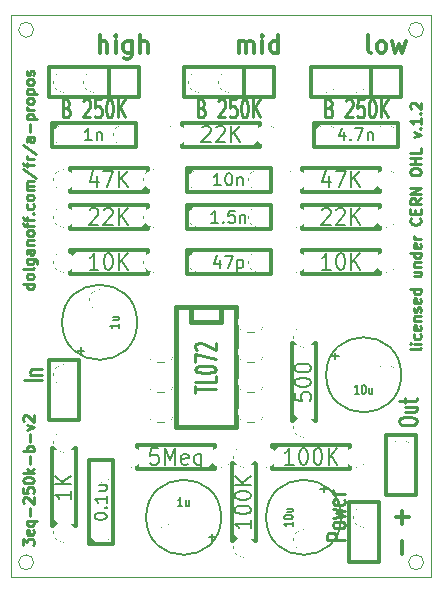
<source format=gto>
%FSLAX46Y46*%
G04 Gerber Fmt 4.6, Leading zero omitted, Abs format (unit mm)*
G04 Created by KiCad (PCBNEW (2014-08-26 BZR 5101)-product) date 01/09/2014 17:58:47*
%MOMM*%
G01*
G04 APERTURE LIST*
%ADD10C,0.100000*%
%ADD11C,0.222250*%
%ADD12C,0.300000*%
%ADD13C,0.304800*%
%ADD14C,0.127000*%
%ADD15C,0.381000*%
%ADD16C,0.203200*%
%ADD17C,0.190500*%
%ADD18C,0.254000*%
%ADD19C,1.778000*%
%ADD20R,1.778000X1.778000*%
%ADD21R,2.286000X1.778000*%
%ADD22O,2.286000X1.778000*%
G04 APERTURE END LIST*
D10*
D11*
X113432167Y-121094501D02*
X113432167Y-120544168D01*
X113770833Y-120840501D01*
X113770833Y-120713501D01*
X113813167Y-120628834D01*
X113855500Y-120586501D01*
X113940167Y-120544168D01*
X114151833Y-120544168D01*
X114236500Y-120586501D01*
X114278833Y-120628834D01*
X114321167Y-120713501D01*
X114321167Y-120967501D01*
X114278833Y-121052168D01*
X114236500Y-121094501D01*
X114278833Y-119824501D02*
X114321167Y-119909167D01*
X114321167Y-120078501D01*
X114278833Y-120163167D01*
X114194167Y-120205501D01*
X113855500Y-120205501D01*
X113770833Y-120163167D01*
X113728500Y-120078501D01*
X113728500Y-119909167D01*
X113770833Y-119824501D01*
X113855500Y-119782167D01*
X113940167Y-119782167D01*
X114024833Y-120205501D01*
X113728500Y-119020167D02*
X114617500Y-119020167D01*
X114278833Y-119020167D02*
X114321167Y-119104834D01*
X114321167Y-119274167D01*
X114278833Y-119358834D01*
X114236500Y-119401167D01*
X114151833Y-119443501D01*
X113897833Y-119443501D01*
X113813167Y-119401167D01*
X113770833Y-119358834D01*
X113728500Y-119274167D01*
X113728500Y-119104834D01*
X113770833Y-119020167D01*
X113982500Y-118596834D02*
X113982500Y-117919501D01*
X113516833Y-117538501D02*
X113474500Y-117496167D01*
X113432167Y-117411501D01*
X113432167Y-117199834D01*
X113474500Y-117115167D01*
X113516833Y-117072834D01*
X113601500Y-117030501D01*
X113686167Y-117030501D01*
X113813167Y-117072834D01*
X114321167Y-117580834D01*
X114321167Y-117030501D01*
X113432167Y-116226167D02*
X113432167Y-116649500D01*
X113855500Y-116691834D01*
X113813167Y-116649500D01*
X113770833Y-116564834D01*
X113770833Y-116353167D01*
X113813167Y-116268500D01*
X113855500Y-116226167D01*
X113940167Y-116183834D01*
X114151833Y-116183834D01*
X114236500Y-116226167D01*
X114278833Y-116268500D01*
X114321167Y-116353167D01*
X114321167Y-116564834D01*
X114278833Y-116649500D01*
X114236500Y-116691834D01*
X113432167Y-115633500D02*
X113432167Y-115548833D01*
X113474500Y-115464167D01*
X113516833Y-115421833D01*
X113601500Y-115379500D01*
X113770833Y-115337167D01*
X113982500Y-115337167D01*
X114151833Y-115379500D01*
X114236500Y-115421833D01*
X114278833Y-115464167D01*
X114321167Y-115548833D01*
X114321167Y-115633500D01*
X114278833Y-115718167D01*
X114236500Y-115760500D01*
X114151833Y-115802833D01*
X113982500Y-115845167D01*
X113770833Y-115845167D01*
X113601500Y-115802833D01*
X113516833Y-115760500D01*
X113474500Y-115718167D01*
X113432167Y-115633500D01*
X114321167Y-114956166D02*
X113432167Y-114956166D01*
X113982500Y-114871500D02*
X114321167Y-114617500D01*
X113728500Y-114617500D02*
X114067167Y-114956166D01*
X113982500Y-114236499D02*
X113982500Y-113559166D01*
X114321167Y-113135832D02*
X113432167Y-113135832D01*
X113770833Y-113135832D02*
X113728500Y-113051166D01*
X113728500Y-112881832D01*
X113770833Y-112797166D01*
X113813167Y-112754832D01*
X113897833Y-112712499D01*
X114151833Y-112712499D01*
X114236500Y-112754832D01*
X114278833Y-112797166D01*
X114321167Y-112881832D01*
X114321167Y-113051166D01*
X114278833Y-113135832D01*
X113982500Y-112331499D02*
X113982500Y-111654166D01*
X113728500Y-111315499D02*
X114321167Y-111103832D01*
X113728500Y-110892166D01*
X113516833Y-110595833D02*
X113474500Y-110553499D01*
X113432167Y-110468833D01*
X113432167Y-110257166D01*
X113474500Y-110172499D01*
X113516833Y-110130166D01*
X113601500Y-110087833D01*
X113686167Y-110087833D01*
X113813167Y-110130166D01*
X114321167Y-110638166D01*
X114321167Y-110087833D01*
X114321167Y-98975330D02*
X113432167Y-98975330D01*
X114278833Y-98975330D02*
X114321167Y-99059997D01*
X114321167Y-99229330D01*
X114278833Y-99313997D01*
X114236500Y-99356330D01*
X114151833Y-99398664D01*
X113897833Y-99398664D01*
X113813167Y-99356330D01*
X113770833Y-99313997D01*
X113728500Y-99229330D01*
X113728500Y-99059997D01*
X113770833Y-98975330D01*
X114321167Y-98424997D02*
X114278833Y-98509664D01*
X114236500Y-98551997D01*
X114151833Y-98594331D01*
X113897833Y-98594331D01*
X113813167Y-98551997D01*
X113770833Y-98509664D01*
X113728500Y-98424997D01*
X113728500Y-98297997D01*
X113770833Y-98213331D01*
X113813167Y-98170997D01*
X113897833Y-98128664D01*
X114151833Y-98128664D01*
X114236500Y-98170997D01*
X114278833Y-98213331D01*
X114321167Y-98297997D01*
X114321167Y-98424997D01*
X114321167Y-97620664D02*
X114278833Y-97705331D01*
X114194167Y-97747664D01*
X113432167Y-97747664D01*
X113728500Y-96900997D02*
X114448167Y-96900997D01*
X114532833Y-96943331D01*
X114575167Y-96985664D01*
X114617500Y-97070331D01*
X114617500Y-97197331D01*
X114575167Y-97281997D01*
X114278833Y-96900997D02*
X114321167Y-96985664D01*
X114321167Y-97154997D01*
X114278833Y-97239664D01*
X114236500Y-97281997D01*
X114151833Y-97324331D01*
X113897833Y-97324331D01*
X113813167Y-97281997D01*
X113770833Y-97239664D01*
X113728500Y-97154997D01*
X113728500Y-96985664D01*
X113770833Y-96900997D01*
X114321167Y-96096664D02*
X113855500Y-96096664D01*
X113770833Y-96138998D01*
X113728500Y-96223664D01*
X113728500Y-96392998D01*
X113770833Y-96477664D01*
X114278833Y-96096664D02*
X114321167Y-96181331D01*
X114321167Y-96392998D01*
X114278833Y-96477664D01*
X114194167Y-96519998D01*
X114109500Y-96519998D01*
X114024833Y-96477664D01*
X113982500Y-96392998D01*
X113982500Y-96181331D01*
X113940167Y-96096664D01*
X113728500Y-95673331D02*
X114321167Y-95673331D01*
X113813167Y-95673331D02*
X113770833Y-95630998D01*
X113728500Y-95546331D01*
X113728500Y-95419331D01*
X113770833Y-95334665D01*
X113855500Y-95292331D01*
X114321167Y-95292331D01*
X114321167Y-94741998D02*
X114278833Y-94826665D01*
X114236500Y-94868998D01*
X114151833Y-94911332D01*
X113897833Y-94911332D01*
X113813167Y-94868998D01*
X113770833Y-94826665D01*
X113728500Y-94741998D01*
X113728500Y-94614998D01*
X113770833Y-94530332D01*
X113813167Y-94487998D01*
X113897833Y-94445665D01*
X114151833Y-94445665D01*
X114236500Y-94487998D01*
X114278833Y-94530332D01*
X114321167Y-94614998D01*
X114321167Y-94741998D01*
X113728500Y-94191665D02*
X113728500Y-93852999D01*
X114321167Y-94064665D02*
X113559167Y-94064665D01*
X113474500Y-94022332D01*
X113432167Y-93937665D01*
X113432167Y-93852999D01*
X113728500Y-93683665D02*
X113728500Y-93344999D01*
X114321167Y-93556665D02*
X113559167Y-93556665D01*
X113474500Y-93514332D01*
X113432167Y-93429665D01*
X113432167Y-93344999D01*
X114236500Y-93048665D02*
X114278833Y-93006332D01*
X114321167Y-93048665D01*
X114278833Y-93090999D01*
X114236500Y-93048665D01*
X114321167Y-93048665D01*
X114278833Y-92244332D02*
X114321167Y-92328999D01*
X114321167Y-92498332D01*
X114278833Y-92582999D01*
X114236500Y-92625332D01*
X114151833Y-92667666D01*
X113897833Y-92667666D01*
X113813167Y-92625332D01*
X113770833Y-92582999D01*
X113728500Y-92498332D01*
X113728500Y-92328999D01*
X113770833Y-92244332D01*
X114321167Y-91736332D02*
X114278833Y-91820999D01*
X114236500Y-91863332D01*
X114151833Y-91905666D01*
X113897833Y-91905666D01*
X113813167Y-91863332D01*
X113770833Y-91820999D01*
X113728500Y-91736332D01*
X113728500Y-91609332D01*
X113770833Y-91524666D01*
X113813167Y-91482332D01*
X113897833Y-91439999D01*
X114151833Y-91439999D01*
X114236500Y-91482332D01*
X114278833Y-91524666D01*
X114321167Y-91609332D01*
X114321167Y-91736332D01*
X114321167Y-91058999D02*
X113728500Y-91058999D01*
X113813167Y-91058999D02*
X113770833Y-91016666D01*
X113728500Y-90931999D01*
X113728500Y-90804999D01*
X113770833Y-90720333D01*
X113855500Y-90677999D01*
X114321167Y-90677999D01*
X113855500Y-90677999D02*
X113770833Y-90635666D01*
X113728500Y-90550999D01*
X113728500Y-90423999D01*
X113770833Y-90339333D01*
X113855500Y-90296999D01*
X114321167Y-90296999D01*
X113389833Y-89238666D02*
X114532833Y-90000666D01*
X113728500Y-89069333D02*
X113728500Y-88730667D01*
X114321167Y-88942333D02*
X113559167Y-88942333D01*
X113474500Y-88900000D01*
X113432167Y-88815333D01*
X113432167Y-88730667D01*
X114321167Y-88434333D02*
X113728500Y-88434333D01*
X113897833Y-88434333D02*
X113813167Y-88392000D01*
X113770833Y-88349667D01*
X113728500Y-88265000D01*
X113728500Y-88180333D01*
X113389833Y-87249000D02*
X114532833Y-88011000D01*
X114321167Y-86571667D02*
X113855500Y-86571667D01*
X113770833Y-86614001D01*
X113728500Y-86698667D01*
X113728500Y-86868001D01*
X113770833Y-86952667D01*
X114278833Y-86571667D02*
X114321167Y-86656334D01*
X114321167Y-86868001D01*
X114278833Y-86952667D01*
X114194167Y-86995001D01*
X114109500Y-86995001D01*
X114024833Y-86952667D01*
X113982500Y-86868001D01*
X113982500Y-86656334D01*
X113940167Y-86571667D01*
X113982500Y-86148334D02*
X113982500Y-85471001D01*
X113728500Y-85047667D02*
X114617500Y-85047667D01*
X113770833Y-85047667D02*
X113728500Y-84963001D01*
X113728500Y-84793667D01*
X113770833Y-84709001D01*
X113813167Y-84666667D01*
X113897833Y-84624334D01*
X114151833Y-84624334D01*
X114236500Y-84666667D01*
X114278833Y-84709001D01*
X114321167Y-84793667D01*
X114321167Y-84963001D01*
X114278833Y-85047667D01*
X114321167Y-84243334D02*
X113728500Y-84243334D01*
X113897833Y-84243334D02*
X113813167Y-84201001D01*
X113770833Y-84158668D01*
X113728500Y-84074001D01*
X113728500Y-83989334D01*
X114321167Y-83566001D02*
X114278833Y-83650668D01*
X114236500Y-83693001D01*
X114151833Y-83735335D01*
X113897833Y-83735335D01*
X113813167Y-83693001D01*
X113770833Y-83650668D01*
X113728500Y-83566001D01*
X113728500Y-83439001D01*
X113770833Y-83354335D01*
X113813167Y-83312001D01*
X113897833Y-83269668D01*
X114151833Y-83269668D01*
X114236500Y-83312001D01*
X114278833Y-83354335D01*
X114321167Y-83439001D01*
X114321167Y-83566001D01*
X113728500Y-82888668D02*
X114617500Y-82888668D01*
X113770833Y-82888668D02*
X113728500Y-82804002D01*
X113728500Y-82634668D01*
X113770833Y-82550002D01*
X113813167Y-82507668D01*
X113897833Y-82465335D01*
X114151833Y-82465335D01*
X114236500Y-82507668D01*
X114278833Y-82550002D01*
X114321167Y-82634668D01*
X114321167Y-82804002D01*
X114278833Y-82888668D01*
X114321167Y-81957335D02*
X114278833Y-82042002D01*
X114236500Y-82084335D01*
X114151833Y-82126669D01*
X113897833Y-82126669D01*
X113813167Y-82084335D01*
X113770833Y-82042002D01*
X113728500Y-81957335D01*
X113728500Y-81830335D01*
X113770833Y-81745669D01*
X113813167Y-81703335D01*
X113897833Y-81661002D01*
X114151833Y-81661002D01*
X114236500Y-81703335D01*
X114278833Y-81745669D01*
X114321167Y-81830335D01*
X114321167Y-81957335D01*
X114278833Y-81322336D02*
X114321167Y-81237669D01*
X114321167Y-81068336D01*
X114278833Y-80983669D01*
X114194167Y-80941336D01*
X114151833Y-80941336D01*
X114067167Y-80983669D01*
X114024833Y-81068336D01*
X114024833Y-81195336D01*
X113982500Y-81280002D01*
X113897833Y-81322336D01*
X113855500Y-81322336D01*
X113770833Y-81280002D01*
X113728500Y-81195336D01*
X113728500Y-81068336D01*
X113770833Y-80983669D01*
X147087167Y-104393997D02*
X147044833Y-104478664D01*
X146960167Y-104520997D01*
X146198167Y-104520997D01*
X147087167Y-104055330D02*
X146494500Y-104055330D01*
X146198167Y-104055330D02*
X146240500Y-104097664D01*
X146282833Y-104055330D01*
X146240500Y-104012997D01*
X146198167Y-104055330D01*
X146282833Y-104055330D01*
X147044833Y-103250997D02*
X147087167Y-103335664D01*
X147087167Y-103504997D01*
X147044833Y-103589664D01*
X147002500Y-103631997D01*
X146917833Y-103674331D01*
X146663833Y-103674331D01*
X146579167Y-103631997D01*
X146536833Y-103589664D01*
X146494500Y-103504997D01*
X146494500Y-103335664D01*
X146536833Y-103250997D01*
X147044833Y-102531331D02*
X147087167Y-102615997D01*
X147087167Y-102785331D01*
X147044833Y-102869997D01*
X146960167Y-102912331D01*
X146621500Y-102912331D01*
X146536833Y-102869997D01*
X146494500Y-102785331D01*
X146494500Y-102615997D01*
X146536833Y-102531331D01*
X146621500Y-102488997D01*
X146706167Y-102488997D01*
X146790833Y-102912331D01*
X146494500Y-102107997D02*
X147087167Y-102107997D01*
X146579167Y-102107997D02*
X146536833Y-102065664D01*
X146494500Y-101980997D01*
X146494500Y-101853997D01*
X146536833Y-101769331D01*
X146621500Y-101726997D01*
X147087167Y-101726997D01*
X147044833Y-101345998D02*
X147087167Y-101261331D01*
X147087167Y-101091998D01*
X147044833Y-101007331D01*
X146960167Y-100964998D01*
X146917833Y-100964998D01*
X146833167Y-101007331D01*
X146790833Y-101091998D01*
X146790833Y-101218998D01*
X146748500Y-101303664D01*
X146663833Y-101345998D01*
X146621500Y-101345998D01*
X146536833Y-101303664D01*
X146494500Y-101218998D01*
X146494500Y-101091998D01*
X146536833Y-101007331D01*
X147044833Y-100245331D02*
X147087167Y-100329997D01*
X147087167Y-100499331D01*
X147044833Y-100583997D01*
X146960167Y-100626331D01*
X146621500Y-100626331D01*
X146536833Y-100583997D01*
X146494500Y-100499331D01*
X146494500Y-100329997D01*
X146536833Y-100245331D01*
X146621500Y-100202997D01*
X146706167Y-100202997D01*
X146790833Y-100626331D01*
X147087167Y-99440997D02*
X146198167Y-99440997D01*
X147044833Y-99440997D02*
X147087167Y-99525664D01*
X147087167Y-99694997D01*
X147044833Y-99779664D01*
X147002500Y-99821997D01*
X146917833Y-99864331D01*
X146663833Y-99864331D01*
X146579167Y-99821997D01*
X146536833Y-99779664D01*
X146494500Y-99694997D01*
X146494500Y-99525664D01*
X146536833Y-99440997D01*
X146494500Y-97959331D02*
X147087167Y-97959331D01*
X146494500Y-98340331D02*
X146960167Y-98340331D01*
X147044833Y-98297998D01*
X147087167Y-98213331D01*
X147087167Y-98086331D01*
X147044833Y-98001665D01*
X147002500Y-97959331D01*
X146494500Y-97535998D02*
X147087167Y-97535998D01*
X146579167Y-97535998D02*
X146536833Y-97493665D01*
X146494500Y-97408998D01*
X146494500Y-97281998D01*
X146536833Y-97197332D01*
X146621500Y-97154998D01*
X147087167Y-97154998D01*
X147087167Y-96350665D02*
X146198167Y-96350665D01*
X147044833Y-96350665D02*
X147087167Y-96435332D01*
X147087167Y-96604665D01*
X147044833Y-96689332D01*
X147002500Y-96731665D01*
X146917833Y-96773999D01*
X146663833Y-96773999D01*
X146579167Y-96731665D01*
X146536833Y-96689332D01*
X146494500Y-96604665D01*
X146494500Y-96435332D01*
X146536833Y-96350665D01*
X147044833Y-95588666D02*
X147087167Y-95673332D01*
X147087167Y-95842666D01*
X147044833Y-95927332D01*
X146960167Y-95969666D01*
X146621500Y-95969666D01*
X146536833Y-95927332D01*
X146494500Y-95842666D01*
X146494500Y-95673332D01*
X146536833Y-95588666D01*
X146621500Y-95546332D01*
X146706167Y-95546332D01*
X146790833Y-95969666D01*
X147087167Y-95165332D02*
X146494500Y-95165332D01*
X146663833Y-95165332D02*
X146579167Y-95122999D01*
X146536833Y-95080666D01*
X146494500Y-94995999D01*
X146494500Y-94911332D01*
X147002500Y-93429666D02*
X147044833Y-93472000D01*
X147087167Y-93599000D01*
X147087167Y-93683666D01*
X147044833Y-93810666D01*
X146960167Y-93895333D01*
X146875500Y-93937666D01*
X146706167Y-93980000D01*
X146579167Y-93980000D01*
X146409833Y-93937666D01*
X146325167Y-93895333D01*
X146240500Y-93810666D01*
X146198167Y-93683666D01*
X146198167Y-93599000D01*
X146240500Y-93472000D01*
X146282833Y-93429666D01*
X146621500Y-93048666D02*
X146621500Y-92752333D01*
X147087167Y-92625333D02*
X147087167Y-93048666D01*
X146198167Y-93048666D01*
X146198167Y-92625333D01*
X147087167Y-91736333D02*
X146663833Y-92032667D01*
X147087167Y-92244333D02*
X146198167Y-92244333D01*
X146198167Y-91905667D01*
X146240500Y-91821000D01*
X146282833Y-91778667D01*
X146367500Y-91736333D01*
X146494500Y-91736333D01*
X146579167Y-91778667D01*
X146621500Y-91821000D01*
X146663833Y-91905667D01*
X146663833Y-92244333D01*
X147087167Y-91355333D02*
X146198167Y-91355333D01*
X147087167Y-90847333D01*
X146198167Y-90847333D01*
X146198167Y-89577334D02*
X146198167Y-89408001D01*
X146240500Y-89323334D01*
X146325167Y-89238667D01*
X146494500Y-89196334D01*
X146790833Y-89196334D01*
X146960167Y-89238667D01*
X147044833Y-89323334D01*
X147087167Y-89408001D01*
X147087167Y-89577334D01*
X147044833Y-89662001D01*
X146960167Y-89746667D01*
X146790833Y-89789001D01*
X146494500Y-89789001D01*
X146325167Y-89746667D01*
X146240500Y-89662001D01*
X146198167Y-89577334D01*
X147087167Y-88815334D02*
X146198167Y-88815334D01*
X146621500Y-88815334D02*
X146621500Y-88307334D01*
X147087167Y-88307334D02*
X146198167Y-88307334D01*
X147087167Y-87460668D02*
X147087167Y-87884001D01*
X146198167Y-87884001D01*
X146494500Y-86571668D02*
X147087167Y-86360001D01*
X146494500Y-86148335D01*
X147002500Y-85809668D02*
X147044833Y-85767335D01*
X147087167Y-85809668D01*
X147044833Y-85852002D01*
X147002500Y-85809668D01*
X147087167Y-85809668D01*
X147087167Y-84920669D02*
X147087167Y-85428669D01*
X147087167Y-85174669D02*
X146198167Y-85174669D01*
X146325167Y-85259335D01*
X146409833Y-85344002D01*
X146452167Y-85428669D01*
X147002500Y-84539668D02*
X147044833Y-84497335D01*
X147087167Y-84539668D01*
X147044833Y-84582002D01*
X147002500Y-84539668D01*
X147087167Y-84539668D01*
X146282833Y-84158669D02*
X146240500Y-84116335D01*
X146198167Y-84031669D01*
X146198167Y-83820002D01*
X146240500Y-83735335D01*
X146282833Y-83693002D01*
X146367500Y-83650669D01*
X146452167Y-83650669D01*
X146579167Y-83693002D01*
X147087167Y-84201002D01*
X147087167Y-83650669D01*
D12*
X145522143Y-119316428D02*
X145522143Y-118173571D01*
X146093571Y-118745000D02*
X144950714Y-118745000D01*
X145522143Y-121856428D02*
X145522143Y-120713571D01*
D10*
X112395000Y-123825000D02*
X147955000Y-123825000D01*
X112395000Y-76200000D02*
X147955000Y-76200000D01*
D12*
X119884286Y-79418571D02*
X119884286Y-77918571D01*
X120527143Y-79418571D02*
X120527143Y-78632857D01*
X120455714Y-78490000D01*
X120312857Y-78418571D01*
X120098572Y-78418571D01*
X119955714Y-78490000D01*
X119884286Y-78561429D01*
X121241429Y-79418571D02*
X121241429Y-78418571D01*
X121241429Y-77918571D02*
X121170000Y-77990000D01*
X121241429Y-78061429D01*
X121312857Y-77990000D01*
X121241429Y-77918571D01*
X121241429Y-78061429D01*
X122598572Y-78418571D02*
X122598572Y-79632857D01*
X122527143Y-79775714D01*
X122455715Y-79847143D01*
X122312858Y-79918571D01*
X122098572Y-79918571D01*
X121955715Y-79847143D01*
X122598572Y-79347143D02*
X122455715Y-79418571D01*
X122170001Y-79418571D01*
X122027143Y-79347143D01*
X121955715Y-79275714D01*
X121884286Y-79132857D01*
X121884286Y-78704286D01*
X121955715Y-78561429D01*
X122027143Y-78490000D01*
X122170001Y-78418571D01*
X122455715Y-78418571D01*
X122598572Y-78490000D01*
X123312858Y-79418571D02*
X123312858Y-77918571D01*
X123955715Y-79418571D02*
X123955715Y-78632857D01*
X123884286Y-78490000D01*
X123741429Y-78418571D01*
X123527144Y-78418571D01*
X123384286Y-78490000D01*
X123312858Y-78561429D01*
X131671429Y-79418571D02*
X131671429Y-78418571D01*
X131671429Y-78561429D02*
X131742857Y-78490000D01*
X131885715Y-78418571D01*
X132100000Y-78418571D01*
X132242857Y-78490000D01*
X132314286Y-78632857D01*
X132314286Y-79418571D01*
X132314286Y-78632857D02*
X132385715Y-78490000D01*
X132528572Y-78418571D01*
X132742857Y-78418571D01*
X132885715Y-78490000D01*
X132957143Y-78632857D01*
X132957143Y-79418571D01*
X133671429Y-79418571D02*
X133671429Y-78418571D01*
X133671429Y-77918571D02*
X133600000Y-77990000D01*
X133671429Y-78061429D01*
X133742857Y-77990000D01*
X133671429Y-77918571D01*
X133671429Y-78061429D01*
X135028572Y-79418571D02*
X135028572Y-77918571D01*
X135028572Y-79347143D02*
X134885715Y-79418571D01*
X134600001Y-79418571D01*
X134457143Y-79347143D01*
X134385715Y-79275714D01*
X134314286Y-79132857D01*
X134314286Y-78704286D01*
X134385715Y-78561429D01*
X134457143Y-78490000D01*
X134600001Y-78418571D01*
X134885715Y-78418571D01*
X135028572Y-78490000D01*
X142859286Y-79418571D02*
X142716428Y-79347143D01*
X142645000Y-79204286D01*
X142645000Y-77918571D01*
X143645000Y-79418571D02*
X143502142Y-79347143D01*
X143430714Y-79275714D01*
X143359285Y-79132857D01*
X143359285Y-78704286D01*
X143430714Y-78561429D01*
X143502142Y-78490000D01*
X143645000Y-78418571D01*
X143859285Y-78418571D01*
X144002142Y-78490000D01*
X144073571Y-78561429D01*
X144145000Y-78704286D01*
X144145000Y-79132857D01*
X144073571Y-79275714D01*
X144002142Y-79347143D01*
X143859285Y-79418571D01*
X143645000Y-79418571D01*
X144645000Y-78418571D02*
X144930714Y-79418571D01*
X145216428Y-78704286D01*
X145502143Y-79418571D01*
X145787857Y-78418571D01*
D10*
X114300000Y-122555000D02*
G75*
G03X114300000Y-122555000I-635000J0D01*
G74*
G01*
X147320000Y-122555000D02*
G75*
G03X147320000Y-122555000I-635000J0D01*
G74*
G01*
X147320000Y-77470000D02*
G75*
G03X147320000Y-77470000I-635000J0D01*
G74*
G01*
X114300000Y-77470000D02*
G75*
G03X114300000Y-77470000I-635000J0D01*
G74*
G01*
X112395000Y-123825000D02*
X112395000Y-76200000D01*
X147955000Y-76200000D02*
X147955000Y-123825000D01*
D13*
X118999000Y-121031000D02*
X118999000Y-113919000D01*
X118999000Y-113919000D02*
X121031000Y-113919000D01*
X121031000Y-113919000D02*
X121031000Y-121031000D01*
X121031000Y-121031000D02*
X118999000Y-121031000D01*
X119507000Y-121031000D02*
X118999000Y-120523000D01*
D14*
X123065539Y-102235000D02*
G75*
G03X123065539Y-102235000I-3177539J0D01*
G74*
G01*
D13*
X127254000Y-89154000D02*
X134366000Y-89154000D01*
X134366000Y-89154000D02*
X134366000Y-91186000D01*
X134366000Y-91186000D02*
X127254000Y-91186000D01*
X127254000Y-91186000D02*
X127254000Y-89154000D01*
X127254000Y-89662000D02*
X127762000Y-89154000D01*
X127254000Y-92329000D02*
X134366000Y-92329000D01*
X134366000Y-92329000D02*
X134366000Y-94361000D01*
X134366000Y-94361000D02*
X127254000Y-94361000D01*
X127254000Y-94361000D02*
X127254000Y-92329000D01*
X127254000Y-92837000D02*
X127762000Y-92329000D01*
X138049000Y-85344000D02*
X145161000Y-85344000D01*
X145161000Y-85344000D02*
X145161000Y-87376000D01*
X145161000Y-87376000D02*
X138049000Y-87376000D01*
X138049000Y-87376000D02*
X138049000Y-85344000D01*
X138049000Y-85852000D02*
X138557000Y-85344000D01*
X115824000Y-85344000D02*
X122936000Y-85344000D01*
X122936000Y-85344000D02*
X122936000Y-87376000D01*
X122936000Y-87376000D02*
X115824000Y-87376000D01*
X115824000Y-87376000D02*
X115824000Y-85344000D01*
X115824000Y-85852000D02*
X116332000Y-85344000D01*
D14*
X145417539Y-106680000D02*
G75*
G03X145417539Y-106680000I-3177539J0D01*
G74*
G01*
X130177539Y-118745000D02*
G75*
G03X130177539Y-118745000I-3177539J0D01*
G74*
G01*
X140337539Y-118745000D02*
G75*
G03X140337539Y-118745000I-3177539J0D01*
G74*
G01*
D13*
X118110000Y-110490000D02*
X115570000Y-110490000D01*
X115570000Y-110490000D02*
X115570000Y-105410000D01*
X115570000Y-105410000D02*
X118110000Y-105410000D01*
X118110000Y-105410000D02*
X118110000Y-110490000D01*
X146685000Y-116840000D02*
X144145000Y-116840000D01*
X144145000Y-116840000D02*
X144145000Y-111760000D01*
X144145000Y-111760000D02*
X146685000Y-111760000D01*
X146685000Y-111760000D02*
X146685000Y-116840000D01*
X143510000Y-122555000D02*
X140970000Y-122555000D01*
X140970000Y-122555000D02*
X140970000Y-117475000D01*
X140970000Y-117475000D02*
X143510000Y-117475000D01*
X143510000Y-117475000D02*
X143510000Y-122555000D01*
X116840000Y-120015000D02*
X116840000Y-119507000D01*
X116840000Y-112395000D02*
X116840000Y-112903000D01*
X116840000Y-112903000D02*
X115824000Y-112903000D01*
X115824000Y-112903000D02*
X115824000Y-119507000D01*
X115824000Y-119507000D02*
X117856000Y-119507000D01*
X117856000Y-119507000D02*
X117856000Y-112903000D01*
X117856000Y-112903000D02*
X116840000Y-112903000D01*
X116332000Y-119507000D02*
X115824000Y-118999000D01*
X130175000Y-113665000D02*
X129667000Y-113665000D01*
X122555000Y-113665000D02*
X123063000Y-113665000D01*
X123063000Y-113665000D02*
X123063000Y-114681000D01*
X123063000Y-114681000D02*
X129667000Y-114681000D01*
X129667000Y-114681000D02*
X129667000Y-112649000D01*
X129667000Y-112649000D02*
X123063000Y-112649000D01*
X123063000Y-112649000D02*
X123063000Y-113665000D01*
X129667000Y-114173000D02*
X129159000Y-114681000D01*
X124460000Y-90170000D02*
X123952000Y-90170000D01*
X116840000Y-90170000D02*
X117348000Y-90170000D01*
X117348000Y-90170000D02*
X117348000Y-91186000D01*
X117348000Y-91186000D02*
X123952000Y-91186000D01*
X123952000Y-91186000D02*
X123952000Y-89154000D01*
X123952000Y-89154000D02*
X117348000Y-89154000D01*
X117348000Y-89154000D02*
X117348000Y-90170000D01*
X123952000Y-90678000D02*
X123444000Y-91186000D01*
X124460000Y-93345000D02*
X123952000Y-93345000D01*
X116840000Y-93345000D02*
X117348000Y-93345000D01*
X117348000Y-93345000D02*
X117348000Y-94361000D01*
X117348000Y-94361000D02*
X123952000Y-94361000D01*
X123952000Y-94361000D02*
X123952000Y-92329000D01*
X123952000Y-92329000D02*
X117348000Y-92329000D01*
X117348000Y-92329000D02*
X117348000Y-93345000D01*
X123952000Y-93853000D02*
X123444000Y-94361000D01*
X116840000Y-97155000D02*
X117348000Y-97155000D01*
X124460000Y-97155000D02*
X123952000Y-97155000D01*
X123952000Y-97155000D02*
X123952000Y-96139000D01*
X123952000Y-96139000D02*
X117348000Y-96139000D01*
X117348000Y-96139000D02*
X117348000Y-98171000D01*
X117348000Y-98171000D02*
X123952000Y-98171000D01*
X123952000Y-98171000D02*
X123952000Y-97155000D01*
X117348000Y-96647000D02*
X117856000Y-96139000D01*
X133985000Y-86360000D02*
X133477000Y-86360000D01*
X126365000Y-86360000D02*
X126873000Y-86360000D01*
X126873000Y-86360000D02*
X126873000Y-87376000D01*
X126873000Y-87376000D02*
X133477000Y-87376000D01*
X133477000Y-87376000D02*
X133477000Y-85344000D01*
X133477000Y-85344000D02*
X126873000Y-85344000D01*
X126873000Y-85344000D02*
X126873000Y-86360000D01*
X133477000Y-86868000D02*
X132969000Y-87376000D01*
X144145000Y-90170000D02*
X143637000Y-90170000D01*
X136525000Y-90170000D02*
X137033000Y-90170000D01*
X137033000Y-90170000D02*
X137033000Y-91186000D01*
X137033000Y-91186000D02*
X143637000Y-91186000D01*
X143637000Y-91186000D02*
X143637000Y-89154000D01*
X143637000Y-89154000D02*
X137033000Y-89154000D01*
X137033000Y-89154000D02*
X137033000Y-90170000D01*
X143637000Y-90678000D02*
X143129000Y-91186000D01*
X144145000Y-93345000D02*
X143637000Y-93345000D01*
X136525000Y-93345000D02*
X137033000Y-93345000D01*
X137033000Y-93345000D02*
X137033000Y-94361000D01*
X137033000Y-94361000D02*
X143637000Y-94361000D01*
X143637000Y-94361000D02*
X143637000Y-92329000D01*
X143637000Y-92329000D02*
X137033000Y-92329000D01*
X137033000Y-92329000D02*
X137033000Y-93345000D01*
X143637000Y-93853000D02*
X143129000Y-94361000D01*
X144145000Y-97155000D02*
X143637000Y-97155000D01*
X136525000Y-97155000D02*
X137033000Y-97155000D01*
X137033000Y-97155000D02*
X137033000Y-98171000D01*
X137033000Y-98171000D02*
X143637000Y-98171000D01*
X143637000Y-98171000D02*
X143637000Y-96139000D01*
X143637000Y-96139000D02*
X137033000Y-96139000D01*
X137033000Y-96139000D02*
X137033000Y-97155000D01*
X143637000Y-97663000D02*
X143129000Y-98171000D01*
X137160000Y-111125000D02*
X137160000Y-110617000D01*
X137160000Y-103505000D02*
X137160000Y-104013000D01*
X137160000Y-104013000D02*
X136144000Y-104013000D01*
X136144000Y-104013000D02*
X136144000Y-110617000D01*
X136144000Y-110617000D02*
X138176000Y-110617000D01*
X138176000Y-110617000D02*
X138176000Y-104013000D01*
X138176000Y-104013000D02*
X137160000Y-104013000D01*
X136652000Y-110617000D02*
X136144000Y-110109000D01*
X133985000Y-113665000D02*
X134493000Y-113665000D01*
X141605000Y-113665000D02*
X141097000Y-113665000D01*
X141097000Y-113665000D02*
X141097000Y-112649000D01*
X141097000Y-112649000D02*
X134493000Y-112649000D01*
X134493000Y-112649000D02*
X134493000Y-114681000D01*
X134493000Y-114681000D02*
X141097000Y-114681000D01*
X141097000Y-114681000D02*
X141097000Y-113665000D01*
X134493000Y-113157000D02*
X135001000Y-112649000D01*
X132080000Y-121285000D02*
X132080000Y-120777000D01*
X132080000Y-113665000D02*
X132080000Y-114173000D01*
X132080000Y-114173000D02*
X131064000Y-114173000D01*
X131064000Y-114173000D02*
X131064000Y-120777000D01*
X131064000Y-120777000D02*
X133096000Y-120777000D01*
X133096000Y-120777000D02*
X133096000Y-114173000D01*
X133096000Y-114173000D02*
X132080000Y-114173000D01*
X131572000Y-120777000D02*
X131064000Y-120269000D01*
X145415000Y-80645000D02*
X145415000Y-83185000D01*
X145415000Y-83185000D02*
X137795000Y-83185000D01*
X137795000Y-83185000D02*
X137795000Y-80645000D01*
X137795000Y-80645000D02*
X145415000Y-80645000D01*
X142875000Y-83185000D02*
X142875000Y-80645000D01*
X134620000Y-80645000D02*
X134620000Y-83185000D01*
X134620000Y-83185000D02*
X127000000Y-83185000D01*
X127000000Y-83185000D02*
X127000000Y-80645000D01*
X127000000Y-80645000D02*
X134620000Y-80645000D01*
X132080000Y-83185000D02*
X132080000Y-80645000D01*
X123190000Y-80645000D02*
X123190000Y-83185000D01*
X123190000Y-83185000D02*
X115570000Y-83185000D01*
X115570000Y-83185000D02*
X115570000Y-80645000D01*
X115570000Y-80645000D02*
X123190000Y-80645000D01*
X120650000Y-83185000D02*
X120650000Y-80645000D01*
D15*
X130175000Y-100965000D02*
X130175000Y-102235000D01*
X130175000Y-102235000D02*
X127635000Y-102235000D01*
X127635000Y-102235000D02*
X127635000Y-100965000D01*
X131445000Y-100965000D02*
X131445000Y-111125000D01*
X131445000Y-111125000D02*
X126365000Y-111125000D01*
X126365000Y-111125000D02*
X126365000Y-100965000D01*
X126365000Y-100965000D02*
X131445000Y-100965000D01*
D13*
X127254000Y-96139000D02*
X134366000Y-96139000D01*
X134366000Y-96139000D02*
X134366000Y-98171000D01*
X134366000Y-98171000D02*
X127254000Y-98171000D01*
X127254000Y-98171000D02*
X127254000Y-96139000D01*
X127254000Y-96647000D02*
X127762000Y-96139000D01*
D10*
X120854000Y-120015000D02*
G75*
G03X120854000Y-120015000I-839000J0D01*
G74*
G01*
X120854000Y-114935000D02*
G75*
G03X120854000Y-114935000I-839000J0D01*
G74*
G01*
X120727000Y-100330000D02*
G75*
G03X120727000Y-100330000I-839000J0D01*
G74*
G01*
X129109000Y-90170000D02*
G75*
G03X129109000Y-90170000I-839000J0D01*
G74*
G01*
X134189000Y-90170000D02*
G75*
G03X134189000Y-90170000I-839000J0D01*
G74*
G01*
X129109000Y-93345000D02*
G75*
G03X129109000Y-93345000I-839000J0D01*
G74*
G01*
X134189000Y-93345000D02*
G75*
G03X134189000Y-93345000I-839000J0D01*
G74*
G01*
X139904000Y-86360000D02*
G75*
G03X139904000Y-86360000I-839000J0D01*
G74*
G01*
X144984000Y-86360000D02*
G75*
G03X144984000Y-86360000I-839000J0D01*
G74*
G01*
X117679000Y-86360000D02*
G75*
G03X117679000Y-86360000I-839000J0D01*
G74*
G01*
X122759000Y-86360000D02*
G75*
G03X122759000Y-86360000I-839000J0D01*
G74*
G01*
X144984000Y-106680000D02*
G75*
G03X144984000Y-106680000I-839000J0D01*
G74*
G01*
X125934000Y-118745000D02*
G75*
G03X125934000Y-118745000I-839000J0D01*
G74*
G01*
X137999000Y-120650000D02*
G75*
G03X137999000Y-120650000I-839000J0D01*
G74*
G01*
X117679000Y-106680000D02*
G75*
G03X117679000Y-106680000I-839000J0D01*
G74*
G01*
X146254000Y-113030000D02*
G75*
G03X146254000Y-113030000I-839000J0D01*
G74*
G01*
X143079000Y-118745000D02*
G75*
G03X143079000Y-118745000I-839000J0D01*
G74*
G01*
X117679000Y-120015000D02*
G75*
G03X117679000Y-120015000I-839000J0D01*
G74*
G01*
X117679000Y-112395000D02*
G75*
G03X117679000Y-112395000I-839000J0D01*
G74*
G01*
X131014000Y-113665000D02*
G75*
G03X131014000Y-113665000I-839000J0D01*
G74*
G01*
X123394000Y-113665000D02*
G75*
G03X123394000Y-113665000I-839000J0D01*
G74*
G01*
X125299000Y-90170000D02*
G75*
G03X125299000Y-90170000I-839000J0D01*
G74*
G01*
X117679000Y-90170000D02*
G75*
G03X117679000Y-90170000I-839000J0D01*
G74*
G01*
X125299000Y-93345000D02*
G75*
G03X125299000Y-93345000I-839000J0D01*
G74*
G01*
X117679000Y-93345000D02*
G75*
G03X117679000Y-93345000I-839000J0D01*
G74*
G01*
X117679000Y-97155000D02*
G75*
G03X117679000Y-97155000I-839000J0D01*
G74*
G01*
X125299000Y-97155000D02*
G75*
G03X125299000Y-97155000I-839000J0D01*
G74*
G01*
X134824000Y-86360000D02*
G75*
G03X134824000Y-86360000I-839000J0D01*
G74*
G01*
X127204000Y-86360000D02*
G75*
G03X127204000Y-86360000I-839000J0D01*
G74*
G01*
X144984000Y-90170000D02*
G75*
G03X144984000Y-90170000I-839000J0D01*
G74*
G01*
X137364000Y-90170000D02*
G75*
G03X137364000Y-90170000I-839000J0D01*
G74*
G01*
X144984000Y-93345000D02*
G75*
G03X144984000Y-93345000I-839000J0D01*
G74*
G01*
X137364000Y-93345000D02*
G75*
G03X137364000Y-93345000I-839000J0D01*
G74*
G01*
X144984000Y-97155000D02*
G75*
G03X144984000Y-97155000I-839000J0D01*
G74*
G01*
X137364000Y-97155000D02*
G75*
G03X137364000Y-97155000I-839000J0D01*
G74*
G01*
X137999000Y-111125000D02*
G75*
G03X137999000Y-111125000I-839000J0D01*
G74*
G01*
X137999000Y-103505000D02*
G75*
G03X137999000Y-103505000I-839000J0D01*
G74*
G01*
X134824000Y-113665000D02*
G75*
G03X134824000Y-113665000I-839000J0D01*
G74*
G01*
X142444000Y-113665000D02*
G75*
G03X142444000Y-113665000I-839000J0D01*
G74*
G01*
X132919000Y-121285000D02*
G75*
G03X132919000Y-121285000I-839000J0D01*
G74*
G01*
X132919000Y-113665000D02*
G75*
G03X132919000Y-113665000I-839000J0D01*
G74*
G01*
X142444000Y-81915000D02*
G75*
G03X142444000Y-81915000I-839000J0D01*
G74*
G01*
X139904000Y-81915000D02*
G75*
G03X139904000Y-81915000I-839000J0D01*
G74*
G01*
X131649000Y-81915000D02*
G75*
G03X131649000Y-81915000I-839000J0D01*
G74*
G01*
X129109000Y-81915000D02*
G75*
G03X129109000Y-81915000I-839000J0D01*
G74*
G01*
X120219000Y-81915000D02*
G75*
G03X120219000Y-81915000I-839000J0D01*
G74*
G01*
X117679000Y-81915000D02*
G75*
G03X117679000Y-81915000I-839000J0D01*
G74*
G01*
X125349000Y-103936000D02*
X124841000Y-103936000D01*
X125349000Y-105614000D02*
X124841000Y-105614000D01*
X124841000Y-103936000D02*
G75*
G03X124841000Y-105614000I0J-839000D01*
G74*
G01*
X125349000Y-105614000D02*
G75*
G03X125349000Y-103936000I0J839000D01*
G74*
G01*
X125349000Y-106476000D02*
X124841000Y-106476000D01*
X125349000Y-108154000D02*
X124841000Y-108154000D01*
X124841000Y-106476000D02*
G75*
G03X124841000Y-108154000I0J-839000D01*
G74*
G01*
X125349000Y-108154000D02*
G75*
G03X125349000Y-106476000I0J839000D01*
G74*
G01*
X125349000Y-109016000D02*
X124841000Y-109016000D01*
X125349000Y-110694000D02*
X124841000Y-110694000D01*
X124841000Y-109016000D02*
G75*
G03X124841000Y-110694000I0J-839000D01*
G74*
G01*
X125349000Y-110694000D02*
G75*
G03X125349000Y-109016000I0J839000D01*
G74*
G01*
X132969000Y-109016000D02*
X132461000Y-109016000D01*
X132969000Y-110694000D02*
X132461000Y-110694000D01*
X132461000Y-109016000D02*
G75*
G03X132461000Y-110694000I0J-839000D01*
G74*
G01*
X132969000Y-110694000D02*
G75*
G03X132969000Y-109016000I0J839000D01*
G74*
G01*
X132969000Y-106476000D02*
X132461000Y-106476000D01*
X132969000Y-108154000D02*
X132461000Y-108154000D01*
X132461000Y-106476000D02*
G75*
G03X132461000Y-108154000I0J-839000D01*
G74*
G01*
X132969000Y-108154000D02*
G75*
G03X132969000Y-106476000I0J839000D01*
G74*
G01*
X132969000Y-103936000D02*
X132461000Y-103936000D01*
X132969000Y-105614000D02*
X132461000Y-105614000D01*
X132461000Y-103936000D02*
G75*
G03X132461000Y-105614000I0J-839000D01*
G74*
G01*
X132969000Y-105614000D02*
G75*
G03X132969000Y-103936000I0J839000D01*
G74*
G01*
X132969000Y-101396000D02*
X132461000Y-101396000D01*
X132969000Y-103074000D02*
X132461000Y-103074000D01*
X132461000Y-101396000D02*
G75*
G03X132461000Y-103074000I0J-839000D01*
G74*
G01*
X132969000Y-103074000D02*
G75*
G03X132969000Y-101396000I0J839000D01*
G74*
G01*
X129109000Y-97155000D02*
G75*
G03X129109000Y-97155000I-839000J0D01*
G74*
G01*
X134189000Y-97155000D02*
G75*
G03X134189000Y-97155000I-839000J0D01*
G74*
G01*
D16*
X119458619Y-118708714D02*
X119458619Y-118611953D01*
X119507000Y-118515191D01*
X119555381Y-118466810D01*
X119652143Y-118418429D01*
X119845667Y-118370048D01*
X120087571Y-118370048D01*
X120281095Y-118418429D01*
X120377857Y-118466810D01*
X120426238Y-118515191D01*
X120474619Y-118611953D01*
X120474619Y-118708714D01*
X120426238Y-118805476D01*
X120377857Y-118853857D01*
X120281095Y-118902238D01*
X120087571Y-118950619D01*
X119845667Y-118950619D01*
X119652143Y-118902238D01*
X119555381Y-118853857D01*
X119507000Y-118805476D01*
X119458619Y-118708714D01*
X120377857Y-117934619D02*
X120426238Y-117886238D01*
X120474619Y-117934619D01*
X120426238Y-117983000D01*
X120377857Y-117934619D01*
X120474619Y-117934619D01*
X120474619Y-116918619D02*
X120474619Y-117499190D01*
X120474619Y-117208904D02*
X119458619Y-117208904D01*
X119603762Y-117305666D01*
X119700524Y-117402428D01*
X119748905Y-117499190D01*
X119797286Y-116047762D02*
X120474619Y-116047762D01*
X119797286Y-116483190D02*
X120329476Y-116483190D01*
X120426238Y-116434809D01*
X120474619Y-116338047D01*
X120474619Y-116192905D01*
X120426238Y-116096143D01*
X120377857Y-116047762D01*
D14*
X121502714Y-102340833D02*
X121502714Y-102703691D01*
X121502714Y-102522262D02*
X120740714Y-102522262D01*
X120849571Y-102582738D01*
X120922143Y-102643214D01*
X120958429Y-102703691D01*
X120994714Y-101796548D02*
X121502714Y-101796548D01*
X120994714Y-102068691D02*
X121393857Y-102068691D01*
X121466429Y-102038452D01*
X121502714Y-101977976D01*
X121502714Y-101887262D01*
X121466429Y-101826786D01*
X121430143Y-101796548D01*
D17*
X118291429Y-104938285D02*
X118291429Y-104357714D01*
X118581714Y-104648000D02*
X118001143Y-104648000D01*
D16*
X130156857Y-90629619D02*
X129576286Y-90629619D01*
X129866572Y-90629619D02*
X129866572Y-89613619D01*
X129769810Y-89758762D01*
X129673048Y-89855524D01*
X129576286Y-89903905D01*
X130785810Y-89613619D02*
X130882571Y-89613619D01*
X130979333Y-89662000D01*
X131027714Y-89710381D01*
X131076095Y-89807143D01*
X131124476Y-90000667D01*
X131124476Y-90242571D01*
X131076095Y-90436095D01*
X131027714Y-90532857D01*
X130979333Y-90581238D01*
X130882571Y-90629619D01*
X130785810Y-90629619D01*
X130689048Y-90581238D01*
X130640667Y-90532857D01*
X130592286Y-90436095D01*
X130543905Y-90242571D01*
X130543905Y-90000667D01*
X130592286Y-89807143D01*
X130640667Y-89710381D01*
X130689048Y-89662000D01*
X130785810Y-89613619D01*
X131559905Y-89952286D02*
X131559905Y-90629619D01*
X131559905Y-90049048D02*
X131608286Y-90000667D01*
X131705048Y-89952286D01*
X131850190Y-89952286D01*
X131946952Y-90000667D01*
X131995333Y-90097429D01*
X131995333Y-90629619D01*
X129914952Y-93804619D02*
X129334381Y-93804619D01*
X129624667Y-93804619D02*
X129624667Y-92788619D01*
X129527905Y-92933762D01*
X129431143Y-93030524D01*
X129334381Y-93078905D01*
X130350381Y-93707857D02*
X130398762Y-93756238D01*
X130350381Y-93804619D01*
X130302000Y-93756238D01*
X130350381Y-93707857D01*
X130350381Y-93804619D01*
X131318000Y-92788619D02*
X130834191Y-92788619D01*
X130785810Y-93272429D01*
X130834191Y-93224048D01*
X130930953Y-93175667D01*
X131172857Y-93175667D01*
X131269619Y-93224048D01*
X131318000Y-93272429D01*
X131366381Y-93369190D01*
X131366381Y-93611095D01*
X131318000Y-93707857D01*
X131269619Y-93756238D01*
X131172857Y-93804619D01*
X130930953Y-93804619D01*
X130834191Y-93756238D01*
X130785810Y-93707857D01*
X131801810Y-93127286D02*
X131801810Y-93804619D01*
X131801810Y-93224048D02*
X131850191Y-93175667D01*
X131946953Y-93127286D01*
X132092095Y-93127286D01*
X132188857Y-93175667D01*
X132237238Y-93272429D01*
X132237238Y-93804619D01*
X140613190Y-86142286D02*
X140613190Y-86819619D01*
X140371286Y-85755238D02*
X140129381Y-86480952D01*
X140758333Y-86480952D01*
X141145381Y-86722857D02*
X141193762Y-86771238D01*
X141145381Y-86819619D01*
X141097000Y-86771238D01*
X141145381Y-86722857D01*
X141145381Y-86819619D01*
X141532429Y-85803619D02*
X142209762Y-85803619D01*
X141774334Y-86819619D01*
X142596810Y-86142286D02*
X142596810Y-86819619D01*
X142596810Y-86239048D02*
X142645191Y-86190667D01*
X142741953Y-86142286D01*
X142887095Y-86142286D01*
X142983857Y-86190667D01*
X143032238Y-86287429D01*
X143032238Y-86819619D01*
X119210667Y-86819619D02*
X118630096Y-86819619D01*
X118920382Y-86819619D02*
X118920382Y-85803619D01*
X118823620Y-85948762D01*
X118726858Y-86045524D01*
X118630096Y-86093905D01*
X119646096Y-86142286D02*
X119646096Y-86819619D01*
X119646096Y-86239048D02*
X119694477Y-86190667D01*
X119791239Y-86142286D01*
X119936381Y-86142286D01*
X120033143Y-86190667D01*
X120081524Y-86287429D01*
X120081524Y-86819619D01*
D14*
X141831786Y-108294714D02*
X141468928Y-108294714D01*
X141650357Y-108294714D02*
X141650357Y-107532714D01*
X141589881Y-107641571D01*
X141529405Y-107714143D01*
X141468928Y-107750429D01*
X142224881Y-107532714D02*
X142285357Y-107532714D01*
X142345833Y-107569000D01*
X142376071Y-107605286D01*
X142406309Y-107677857D01*
X142436548Y-107823000D01*
X142436548Y-108004429D01*
X142406309Y-108149571D01*
X142376071Y-108222143D01*
X142345833Y-108258429D01*
X142285357Y-108294714D01*
X142224881Y-108294714D01*
X142164405Y-108258429D01*
X142134167Y-108222143D01*
X142103928Y-108149571D01*
X142073690Y-108004429D01*
X142073690Y-107823000D01*
X142103928Y-107677857D01*
X142134167Y-107605286D01*
X142164405Y-107569000D01*
X142224881Y-107532714D01*
X142980833Y-107786714D02*
X142980833Y-108294714D01*
X142708690Y-107786714D02*
X142708690Y-108185857D01*
X142738929Y-108258429D01*
X142799405Y-108294714D01*
X142890119Y-108294714D01*
X142950595Y-108258429D01*
X142980833Y-108222143D01*
D17*
X139536715Y-105083429D02*
X140117286Y-105083429D01*
X139827000Y-105373714D02*
X139827000Y-104793143D01*
D16*
D14*
X126894167Y-117819714D02*
X126531309Y-117819714D01*
X126712738Y-117819714D02*
X126712738Y-117057714D01*
X126652262Y-117166571D01*
X126591786Y-117239143D01*
X126531309Y-117275429D01*
X127438452Y-117311714D02*
X127438452Y-117819714D01*
X127166309Y-117311714D02*
X127166309Y-117710857D01*
X127196548Y-117783429D01*
X127257024Y-117819714D01*
X127347738Y-117819714D01*
X127408214Y-117783429D01*
X127438452Y-117747143D01*
D17*
X129122715Y-120450429D02*
X129703286Y-120450429D01*
X129413000Y-120740714D02*
X129413000Y-120160143D01*
D16*
D14*
X136234714Y-119153214D02*
X136234714Y-119516072D01*
X136234714Y-119334643D02*
X135472714Y-119334643D01*
X135581571Y-119395119D01*
X135654143Y-119455595D01*
X135690429Y-119516072D01*
X135472714Y-118760119D02*
X135472714Y-118699643D01*
X135509000Y-118639167D01*
X135545286Y-118608929D01*
X135617857Y-118578691D01*
X135763000Y-118548452D01*
X135944429Y-118548452D01*
X136089571Y-118578691D01*
X136162143Y-118608929D01*
X136198429Y-118639167D01*
X136234714Y-118699643D01*
X136234714Y-118760119D01*
X136198429Y-118820595D01*
X136162143Y-118850833D01*
X136089571Y-118881072D01*
X135944429Y-118911310D01*
X135763000Y-118911310D01*
X135617857Y-118881072D01*
X135545286Y-118850833D01*
X135509000Y-118820595D01*
X135472714Y-118760119D01*
X135726714Y-118004167D02*
X136234714Y-118004167D01*
X135726714Y-118276310D02*
X136125857Y-118276310D01*
X136198429Y-118246071D01*
X136234714Y-118185595D01*
X136234714Y-118094881D01*
X136198429Y-118034405D01*
X136162143Y-118004167D01*
D17*
X138865429Y-116622285D02*
X138865429Y-116041714D01*
X139155714Y-116332000D02*
X138575143Y-116332000D01*
D16*
D18*
X114989429Y-107139619D02*
X113465429Y-107139619D01*
X113973429Y-106655809D02*
X114989429Y-106655809D01*
X114118571Y-106655809D02*
X114046000Y-106607428D01*
X113973429Y-106510666D01*
X113973429Y-106365524D01*
X114046000Y-106268762D01*
X114191143Y-106220381D01*
X114989429Y-106220381D01*
X145215429Y-110701666D02*
X145215429Y-110508143D01*
X145288000Y-110411381D01*
X145433143Y-110314619D01*
X145723429Y-110266238D01*
X146231429Y-110266238D01*
X146521714Y-110314619D01*
X146666857Y-110411381D01*
X146739429Y-110508143D01*
X146739429Y-110701666D01*
X146666857Y-110798428D01*
X146521714Y-110895190D01*
X146231429Y-110943571D01*
X145723429Y-110943571D01*
X145433143Y-110895190D01*
X145288000Y-110798428D01*
X145215429Y-110701666D01*
X145723429Y-109395381D02*
X146739429Y-109395381D01*
X145723429Y-109830809D02*
X146521714Y-109830809D01*
X146666857Y-109782428D01*
X146739429Y-109685666D01*
X146739429Y-109540524D01*
X146666857Y-109443762D01*
X146594286Y-109395381D01*
X145723429Y-109056714D02*
X145723429Y-108669666D01*
X145215429Y-108911571D02*
X146521714Y-108911571D01*
X146666857Y-108863190D01*
X146739429Y-108766428D01*
X146739429Y-108669666D01*
X140643429Y-120625809D02*
X139119429Y-120625809D01*
X139119429Y-120238762D01*
X139192000Y-120142000D01*
X139264571Y-120093619D01*
X139409714Y-120045238D01*
X139627429Y-120045238D01*
X139772571Y-120093619D01*
X139845143Y-120142000D01*
X139917714Y-120238762D01*
X139917714Y-120625809D01*
X140643429Y-119464666D02*
X140570857Y-119561428D01*
X140498286Y-119609809D01*
X140353143Y-119658190D01*
X139917714Y-119658190D01*
X139772571Y-119609809D01*
X139700000Y-119561428D01*
X139627429Y-119464666D01*
X139627429Y-119319524D01*
X139700000Y-119222762D01*
X139772571Y-119174381D01*
X139917714Y-119126000D01*
X140353143Y-119126000D01*
X140498286Y-119174381D01*
X140570857Y-119222762D01*
X140643429Y-119319524D01*
X140643429Y-119464666D01*
X139627429Y-118787333D02*
X140643429Y-118593809D01*
X139917714Y-118400286D01*
X140643429Y-118206762D01*
X139627429Y-118013238D01*
X140570857Y-117239143D02*
X140643429Y-117335905D01*
X140643429Y-117529428D01*
X140570857Y-117626190D01*
X140425714Y-117674571D01*
X139845143Y-117674571D01*
X139700000Y-117626190D01*
X139627429Y-117529428D01*
X139627429Y-117335905D01*
X139700000Y-117239143D01*
X139845143Y-117190762D01*
X139990286Y-117190762D01*
X140135429Y-117674571D01*
X140643429Y-116755333D02*
X139627429Y-116755333D01*
X139917714Y-116755333D02*
X139772571Y-116706952D01*
X139700000Y-116658571D01*
X139627429Y-116561809D01*
X139627429Y-116465048D01*
D13*
D16*
X117471976Y-116477143D02*
X117471976Y-117202857D01*
X117471976Y-116840000D02*
X116074976Y-116840000D01*
X116274548Y-116960952D01*
X116407595Y-117081905D01*
X116474119Y-117202857D01*
X117471976Y-115932857D02*
X116074976Y-115932857D01*
X117471976Y-115207143D02*
X116673690Y-115751428D01*
X116074976Y-115207143D02*
X116873262Y-115932857D01*
X124822857Y-112899976D02*
X124218095Y-112899976D01*
X124157619Y-113565214D01*
X124218095Y-113498690D01*
X124339047Y-113432167D01*
X124641428Y-113432167D01*
X124762381Y-113498690D01*
X124822857Y-113565214D01*
X124883333Y-113698262D01*
X124883333Y-114030881D01*
X124822857Y-114163929D01*
X124762381Y-114230452D01*
X124641428Y-114296976D01*
X124339047Y-114296976D01*
X124218095Y-114230452D01*
X124157619Y-114163929D01*
X125427619Y-114296976D02*
X125427619Y-112899976D01*
X125850952Y-113897833D01*
X126274286Y-112899976D01*
X126274286Y-114296976D01*
X127362857Y-114230452D02*
X127241905Y-114296976D01*
X127000000Y-114296976D01*
X126879048Y-114230452D01*
X126818572Y-114097405D01*
X126818572Y-113565214D01*
X126879048Y-113432167D01*
X127000000Y-113365643D01*
X127241905Y-113365643D01*
X127362857Y-113432167D01*
X127423334Y-113565214D01*
X127423334Y-113698262D01*
X126818572Y-113831310D01*
X128511905Y-113365643D02*
X128511905Y-114496548D01*
X128451428Y-114629595D01*
X128390952Y-114696119D01*
X128270000Y-114762643D01*
X128088571Y-114762643D01*
X127967619Y-114696119D01*
X128511905Y-114230452D02*
X128390952Y-114296976D01*
X128149048Y-114296976D01*
X128028095Y-114230452D01*
X127967619Y-114163929D01*
X127907143Y-114030881D01*
X127907143Y-113631738D01*
X127967619Y-113498690D01*
X128028095Y-113432167D01*
X128149048Y-113365643D01*
X128390952Y-113365643D01*
X128511905Y-113432167D01*
X119652143Y-89870643D02*
X119652143Y-90801976D01*
X119349762Y-89338452D02*
X119047381Y-90336310D01*
X119833571Y-90336310D01*
X120196429Y-89404976D02*
X121043095Y-89404976D01*
X120498810Y-90801976D01*
X121526905Y-90801976D02*
X121526905Y-89404976D01*
X122252619Y-90801976D02*
X121708334Y-90003690D01*
X122252619Y-89404976D02*
X121526905Y-90203262D01*
X119047381Y-92713024D02*
X119107857Y-92646500D01*
X119228809Y-92579976D01*
X119531190Y-92579976D01*
X119652143Y-92646500D01*
X119712619Y-92713024D01*
X119773095Y-92846071D01*
X119773095Y-92979119D01*
X119712619Y-93178690D01*
X118986905Y-93976976D01*
X119773095Y-93976976D01*
X120256905Y-92713024D02*
X120317381Y-92646500D01*
X120438333Y-92579976D01*
X120740714Y-92579976D01*
X120861667Y-92646500D01*
X120922143Y-92713024D01*
X120982619Y-92846071D01*
X120982619Y-92979119D01*
X120922143Y-93178690D01*
X120196429Y-93976976D01*
X120982619Y-93976976D01*
X121526905Y-93976976D02*
X121526905Y-92579976D01*
X122252619Y-93976976D02*
X121708334Y-93178690D01*
X122252619Y-92579976D02*
X121526905Y-93378262D01*
X119773095Y-97786976D02*
X119047381Y-97786976D01*
X119410238Y-97786976D02*
X119410238Y-96389976D01*
X119289286Y-96589548D01*
X119168333Y-96722595D01*
X119047381Y-96789119D01*
X120559286Y-96389976D02*
X120680238Y-96389976D01*
X120801190Y-96456500D01*
X120861667Y-96523024D01*
X120922143Y-96656071D01*
X120982619Y-96922167D01*
X120982619Y-97254786D01*
X120922143Y-97520881D01*
X120861667Y-97653929D01*
X120801190Y-97720452D01*
X120680238Y-97786976D01*
X120559286Y-97786976D01*
X120438333Y-97720452D01*
X120377857Y-97653929D01*
X120317381Y-97520881D01*
X120256905Y-97254786D01*
X120256905Y-96922167D01*
X120317381Y-96656071D01*
X120377857Y-96523024D01*
X120438333Y-96456500D01*
X120559286Y-96389976D01*
X121526905Y-97786976D02*
X121526905Y-96389976D01*
X122252619Y-97786976D02*
X121708334Y-96988690D01*
X122252619Y-96389976D02*
X121526905Y-97188262D01*
X128572381Y-85728024D02*
X128632857Y-85661500D01*
X128753809Y-85594976D01*
X129056190Y-85594976D01*
X129177143Y-85661500D01*
X129237619Y-85728024D01*
X129298095Y-85861071D01*
X129298095Y-85994119D01*
X129237619Y-86193690D01*
X128511905Y-86991976D01*
X129298095Y-86991976D01*
X129781905Y-85728024D02*
X129842381Y-85661500D01*
X129963333Y-85594976D01*
X130265714Y-85594976D01*
X130386667Y-85661500D01*
X130447143Y-85728024D01*
X130507619Y-85861071D01*
X130507619Y-85994119D01*
X130447143Y-86193690D01*
X129721429Y-86991976D01*
X130507619Y-86991976D01*
X131051905Y-86991976D02*
X131051905Y-85594976D01*
X131777619Y-86991976D02*
X131233334Y-86193690D01*
X131777619Y-85594976D02*
X131051905Y-86393262D01*
X139337143Y-89870643D02*
X139337143Y-90801976D01*
X139034762Y-89338452D02*
X138732381Y-90336310D01*
X139518571Y-90336310D01*
X139881429Y-89404976D02*
X140728095Y-89404976D01*
X140183810Y-90801976D01*
X141211905Y-90801976D02*
X141211905Y-89404976D01*
X141937619Y-90801976D02*
X141393334Y-90003690D01*
X141937619Y-89404976D02*
X141211905Y-90203262D01*
X138732381Y-92713024D02*
X138792857Y-92646500D01*
X138913809Y-92579976D01*
X139216190Y-92579976D01*
X139337143Y-92646500D01*
X139397619Y-92713024D01*
X139458095Y-92846071D01*
X139458095Y-92979119D01*
X139397619Y-93178690D01*
X138671905Y-93976976D01*
X139458095Y-93976976D01*
X139941905Y-92713024D02*
X140002381Y-92646500D01*
X140123333Y-92579976D01*
X140425714Y-92579976D01*
X140546667Y-92646500D01*
X140607143Y-92713024D01*
X140667619Y-92846071D01*
X140667619Y-92979119D01*
X140607143Y-93178690D01*
X139881429Y-93976976D01*
X140667619Y-93976976D01*
X141211905Y-93976976D02*
X141211905Y-92579976D01*
X141937619Y-93976976D02*
X141393334Y-93178690D01*
X141937619Y-92579976D02*
X141211905Y-93378262D01*
X139458095Y-97786976D02*
X138732381Y-97786976D01*
X139095238Y-97786976D02*
X139095238Y-96389976D01*
X138974286Y-96589548D01*
X138853333Y-96722595D01*
X138732381Y-96789119D01*
X140244286Y-96389976D02*
X140365238Y-96389976D01*
X140486190Y-96456500D01*
X140546667Y-96523024D01*
X140607143Y-96656071D01*
X140667619Y-96922167D01*
X140667619Y-97254786D01*
X140607143Y-97520881D01*
X140546667Y-97653929D01*
X140486190Y-97720452D01*
X140365238Y-97786976D01*
X140244286Y-97786976D01*
X140123333Y-97720452D01*
X140062857Y-97653929D01*
X140002381Y-97520881D01*
X139941905Y-97254786D01*
X139941905Y-96922167D01*
X140002381Y-96656071D01*
X140062857Y-96523024D01*
X140123333Y-96456500D01*
X140244286Y-96389976D01*
X141211905Y-97786976D02*
X141211905Y-96389976D01*
X141937619Y-97786976D02*
X141393334Y-96988690D01*
X141937619Y-96389976D02*
X141211905Y-97188262D01*
X136394976Y-108222143D02*
X136394976Y-108826905D01*
X137060214Y-108887381D01*
X136993690Y-108826905D01*
X136927167Y-108705953D01*
X136927167Y-108403572D01*
X136993690Y-108282619D01*
X137060214Y-108222143D01*
X137193262Y-108161667D01*
X137525881Y-108161667D01*
X137658929Y-108222143D01*
X137725452Y-108282619D01*
X137791976Y-108403572D01*
X137791976Y-108705953D01*
X137725452Y-108826905D01*
X137658929Y-108887381D01*
X136394976Y-107375476D02*
X136394976Y-107254524D01*
X136461500Y-107133572D01*
X136528024Y-107073095D01*
X136661071Y-107012619D01*
X136927167Y-106952143D01*
X137259786Y-106952143D01*
X137525881Y-107012619D01*
X137658929Y-107073095D01*
X137725452Y-107133572D01*
X137791976Y-107254524D01*
X137791976Y-107375476D01*
X137725452Y-107496429D01*
X137658929Y-107556905D01*
X137525881Y-107617381D01*
X137259786Y-107677857D01*
X136927167Y-107677857D01*
X136661071Y-107617381D01*
X136528024Y-107556905D01*
X136461500Y-107496429D01*
X136394976Y-107375476D01*
X136394976Y-106165952D02*
X136394976Y-106045000D01*
X136461500Y-105924048D01*
X136528024Y-105863571D01*
X136661071Y-105803095D01*
X136927167Y-105742619D01*
X137259786Y-105742619D01*
X137525881Y-105803095D01*
X137658929Y-105863571D01*
X137725452Y-105924048D01*
X137791976Y-106045000D01*
X137791976Y-106165952D01*
X137725452Y-106286905D01*
X137658929Y-106347381D01*
X137525881Y-106407857D01*
X137259786Y-106468333D01*
X136927167Y-106468333D01*
X136661071Y-106407857D01*
X136528024Y-106347381D01*
X136461500Y-106286905D01*
X136394976Y-106165952D01*
X136313333Y-114296976D02*
X135587619Y-114296976D01*
X135950476Y-114296976D02*
X135950476Y-112899976D01*
X135829524Y-113099548D01*
X135708571Y-113232595D01*
X135587619Y-113299119D01*
X137099524Y-112899976D02*
X137220476Y-112899976D01*
X137341428Y-112966500D01*
X137401905Y-113033024D01*
X137462381Y-113166071D01*
X137522857Y-113432167D01*
X137522857Y-113764786D01*
X137462381Y-114030881D01*
X137401905Y-114163929D01*
X137341428Y-114230452D01*
X137220476Y-114296976D01*
X137099524Y-114296976D01*
X136978571Y-114230452D01*
X136918095Y-114163929D01*
X136857619Y-114030881D01*
X136797143Y-113764786D01*
X136797143Y-113432167D01*
X136857619Y-113166071D01*
X136918095Y-113033024D01*
X136978571Y-112966500D01*
X137099524Y-112899976D01*
X138309048Y-112899976D02*
X138430000Y-112899976D01*
X138550952Y-112966500D01*
X138611429Y-113033024D01*
X138671905Y-113166071D01*
X138732381Y-113432167D01*
X138732381Y-113764786D01*
X138671905Y-114030881D01*
X138611429Y-114163929D01*
X138550952Y-114230452D01*
X138430000Y-114296976D01*
X138309048Y-114296976D01*
X138188095Y-114230452D01*
X138127619Y-114163929D01*
X138067143Y-114030881D01*
X138006667Y-113764786D01*
X138006667Y-113432167D01*
X138067143Y-113166071D01*
X138127619Y-113033024D01*
X138188095Y-112966500D01*
X138309048Y-112899976D01*
X139276667Y-114296976D02*
X139276667Y-112899976D01*
X140002381Y-114296976D02*
X139458096Y-113498690D01*
X140002381Y-112899976D02*
X139276667Y-113698262D01*
X132711976Y-118956667D02*
X132711976Y-119682381D01*
X132711976Y-119319524D02*
X131314976Y-119319524D01*
X131514548Y-119440476D01*
X131647595Y-119561429D01*
X131714119Y-119682381D01*
X131314976Y-118170476D02*
X131314976Y-118049524D01*
X131381500Y-117928572D01*
X131448024Y-117868095D01*
X131581071Y-117807619D01*
X131847167Y-117747143D01*
X132179786Y-117747143D01*
X132445881Y-117807619D01*
X132578929Y-117868095D01*
X132645452Y-117928572D01*
X132711976Y-118049524D01*
X132711976Y-118170476D01*
X132645452Y-118291429D01*
X132578929Y-118351905D01*
X132445881Y-118412381D01*
X132179786Y-118472857D01*
X131847167Y-118472857D01*
X131581071Y-118412381D01*
X131448024Y-118351905D01*
X131381500Y-118291429D01*
X131314976Y-118170476D01*
X131314976Y-116960952D02*
X131314976Y-116840000D01*
X131381500Y-116719048D01*
X131448024Y-116658571D01*
X131581071Y-116598095D01*
X131847167Y-116537619D01*
X132179786Y-116537619D01*
X132445881Y-116598095D01*
X132578929Y-116658571D01*
X132645452Y-116719048D01*
X132711976Y-116840000D01*
X132711976Y-116960952D01*
X132645452Y-117081905D01*
X132578929Y-117142381D01*
X132445881Y-117202857D01*
X132179786Y-117263333D01*
X131847167Y-117263333D01*
X131581071Y-117202857D01*
X131448024Y-117142381D01*
X131381500Y-117081905D01*
X131314976Y-116960952D01*
X132711976Y-115993333D02*
X131314976Y-115993333D01*
X132711976Y-115267619D02*
X131913690Y-115811904D01*
X131314976Y-115267619D02*
X132113262Y-115993333D01*
D18*
X139331095Y-84092143D02*
X139476238Y-84164714D01*
X139524619Y-84237286D01*
X139573000Y-84382429D01*
X139573000Y-84600143D01*
X139524619Y-84745286D01*
X139476238Y-84817857D01*
X139379476Y-84890429D01*
X138992429Y-84890429D01*
X138992429Y-83366429D01*
X139331095Y-83366429D01*
X139427857Y-83439000D01*
X139476238Y-83511571D01*
X139524619Y-83656714D01*
X139524619Y-83801857D01*
X139476238Y-83947000D01*
X139427857Y-84019571D01*
X139331095Y-84092143D01*
X138992429Y-84092143D01*
X140734143Y-83511571D02*
X140782524Y-83439000D01*
X140879286Y-83366429D01*
X141121190Y-83366429D01*
X141217952Y-83439000D01*
X141266333Y-83511571D01*
X141314714Y-83656714D01*
X141314714Y-83801857D01*
X141266333Y-84019571D01*
X140685762Y-84890429D01*
X141314714Y-84890429D01*
X142233952Y-83366429D02*
X141750143Y-83366429D01*
X141701762Y-84092143D01*
X141750143Y-84019571D01*
X141846905Y-83947000D01*
X142088809Y-83947000D01*
X142185571Y-84019571D01*
X142233952Y-84092143D01*
X142282333Y-84237286D01*
X142282333Y-84600143D01*
X142233952Y-84745286D01*
X142185571Y-84817857D01*
X142088809Y-84890429D01*
X141846905Y-84890429D01*
X141750143Y-84817857D01*
X141701762Y-84745286D01*
X142911286Y-83366429D02*
X143008047Y-83366429D01*
X143104809Y-83439000D01*
X143153190Y-83511571D01*
X143201571Y-83656714D01*
X143249952Y-83947000D01*
X143249952Y-84309857D01*
X143201571Y-84600143D01*
X143153190Y-84745286D01*
X143104809Y-84817857D01*
X143008047Y-84890429D01*
X142911286Y-84890429D01*
X142814524Y-84817857D01*
X142766143Y-84745286D01*
X142717762Y-84600143D01*
X142669381Y-84309857D01*
X142669381Y-83947000D01*
X142717762Y-83656714D01*
X142766143Y-83511571D01*
X142814524Y-83439000D01*
X142911286Y-83366429D01*
X143685381Y-84890429D02*
X143685381Y-83366429D01*
X144265952Y-84890429D02*
X143830524Y-84019571D01*
X144265952Y-83366429D02*
X143685381Y-84237286D01*
D13*
D18*
X128536095Y-84092143D02*
X128681238Y-84164714D01*
X128729619Y-84237286D01*
X128778000Y-84382429D01*
X128778000Y-84600143D01*
X128729619Y-84745286D01*
X128681238Y-84817857D01*
X128584476Y-84890429D01*
X128197429Y-84890429D01*
X128197429Y-83366429D01*
X128536095Y-83366429D01*
X128632857Y-83439000D01*
X128681238Y-83511571D01*
X128729619Y-83656714D01*
X128729619Y-83801857D01*
X128681238Y-83947000D01*
X128632857Y-84019571D01*
X128536095Y-84092143D01*
X128197429Y-84092143D01*
X129939143Y-83511571D02*
X129987524Y-83439000D01*
X130084286Y-83366429D01*
X130326190Y-83366429D01*
X130422952Y-83439000D01*
X130471333Y-83511571D01*
X130519714Y-83656714D01*
X130519714Y-83801857D01*
X130471333Y-84019571D01*
X129890762Y-84890429D01*
X130519714Y-84890429D01*
X131438952Y-83366429D02*
X130955143Y-83366429D01*
X130906762Y-84092143D01*
X130955143Y-84019571D01*
X131051905Y-83947000D01*
X131293809Y-83947000D01*
X131390571Y-84019571D01*
X131438952Y-84092143D01*
X131487333Y-84237286D01*
X131487333Y-84600143D01*
X131438952Y-84745286D01*
X131390571Y-84817857D01*
X131293809Y-84890429D01*
X131051905Y-84890429D01*
X130955143Y-84817857D01*
X130906762Y-84745286D01*
X132116286Y-83366429D02*
X132213047Y-83366429D01*
X132309809Y-83439000D01*
X132358190Y-83511571D01*
X132406571Y-83656714D01*
X132454952Y-83947000D01*
X132454952Y-84309857D01*
X132406571Y-84600143D01*
X132358190Y-84745286D01*
X132309809Y-84817857D01*
X132213047Y-84890429D01*
X132116286Y-84890429D01*
X132019524Y-84817857D01*
X131971143Y-84745286D01*
X131922762Y-84600143D01*
X131874381Y-84309857D01*
X131874381Y-83947000D01*
X131922762Y-83656714D01*
X131971143Y-83511571D01*
X132019524Y-83439000D01*
X132116286Y-83366429D01*
X132890381Y-84890429D02*
X132890381Y-83366429D01*
X133470952Y-84890429D02*
X133035524Y-84019571D01*
X133470952Y-83366429D02*
X132890381Y-84237286D01*
D13*
D18*
X117106095Y-84092143D02*
X117251238Y-84164714D01*
X117299619Y-84237286D01*
X117348000Y-84382429D01*
X117348000Y-84600143D01*
X117299619Y-84745286D01*
X117251238Y-84817857D01*
X117154476Y-84890429D01*
X116767429Y-84890429D01*
X116767429Y-83366429D01*
X117106095Y-83366429D01*
X117202857Y-83439000D01*
X117251238Y-83511571D01*
X117299619Y-83656714D01*
X117299619Y-83801857D01*
X117251238Y-83947000D01*
X117202857Y-84019571D01*
X117106095Y-84092143D01*
X116767429Y-84092143D01*
X118509143Y-83511571D02*
X118557524Y-83439000D01*
X118654286Y-83366429D01*
X118896190Y-83366429D01*
X118992952Y-83439000D01*
X119041333Y-83511571D01*
X119089714Y-83656714D01*
X119089714Y-83801857D01*
X119041333Y-84019571D01*
X118460762Y-84890429D01*
X119089714Y-84890429D01*
X120008952Y-83366429D02*
X119525143Y-83366429D01*
X119476762Y-84092143D01*
X119525143Y-84019571D01*
X119621905Y-83947000D01*
X119863809Y-83947000D01*
X119960571Y-84019571D01*
X120008952Y-84092143D01*
X120057333Y-84237286D01*
X120057333Y-84600143D01*
X120008952Y-84745286D01*
X119960571Y-84817857D01*
X119863809Y-84890429D01*
X119621905Y-84890429D01*
X119525143Y-84817857D01*
X119476762Y-84745286D01*
X120686286Y-83366429D02*
X120783047Y-83366429D01*
X120879809Y-83439000D01*
X120928190Y-83511571D01*
X120976571Y-83656714D01*
X121024952Y-83947000D01*
X121024952Y-84309857D01*
X120976571Y-84600143D01*
X120928190Y-84745286D01*
X120879809Y-84817857D01*
X120783047Y-84890429D01*
X120686286Y-84890429D01*
X120589524Y-84817857D01*
X120541143Y-84745286D01*
X120492762Y-84600143D01*
X120444381Y-84309857D01*
X120444381Y-83947000D01*
X120492762Y-83656714D01*
X120541143Y-83511571D01*
X120589524Y-83439000D01*
X120686286Y-83366429D01*
X121460381Y-84890429D02*
X121460381Y-83366429D01*
X122040952Y-84890429D02*
X121605524Y-84019571D01*
X122040952Y-83366429D02*
X121460381Y-84237286D01*
D13*
D18*
X127931333Y-108197952D02*
X127931333Y-107617381D01*
X129709333Y-107907666D02*
X127931333Y-107907666D01*
X129709333Y-106794905D02*
X129709333Y-107278714D01*
X127931333Y-107278714D01*
X127931333Y-106262714D02*
X127931333Y-106165953D01*
X128016000Y-106069191D01*
X128100667Y-106020810D01*
X128270000Y-105972429D01*
X128608667Y-105924048D01*
X129032000Y-105924048D01*
X129370667Y-105972429D01*
X129540000Y-106020810D01*
X129624667Y-106069191D01*
X129709333Y-106165953D01*
X129709333Y-106262714D01*
X129624667Y-106359476D01*
X129540000Y-106407857D01*
X129370667Y-106456238D01*
X129032000Y-106504619D01*
X128608667Y-106504619D01*
X128270000Y-106456238D01*
X128100667Y-106407857D01*
X128016000Y-106359476D01*
X127931333Y-106262714D01*
X127931333Y-105585381D02*
X127931333Y-104908048D01*
X129709333Y-105343476D01*
X128100667Y-104569381D02*
X128016000Y-104521000D01*
X127931333Y-104424238D01*
X127931333Y-104182334D01*
X128016000Y-104085572D01*
X128100667Y-104037191D01*
X128270000Y-103988810D01*
X128439333Y-103988810D01*
X128693333Y-104037191D01*
X129709333Y-104617762D01*
X129709333Y-103988810D01*
D13*
D16*
X130060095Y-96937286D02*
X130060095Y-97614619D01*
X129818191Y-96550238D02*
X129576286Y-97275952D01*
X130205238Y-97275952D01*
X130495524Y-96598619D02*
X131172857Y-96598619D01*
X130737429Y-97614619D01*
X131559905Y-96937286D02*
X131559905Y-97953286D01*
X131559905Y-96985667D02*
X131656667Y-96937286D01*
X131850190Y-96937286D01*
X131946952Y-96985667D01*
X131995333Y-97034048D01*
X132043714Y-97130810D01*
X132043714Y-97421095D01*
X131995333Y-97517857D01*
X131946952Y-97566238D01*
X131850190Y-97614619D01*
X131656667Y-97614619D01*
X131559905Y-97566238D01*
%LPC*%
D19*
X120015000Y-120015000D03*
X120015000Y-114935000D03*
D20*
X119888000Y-104140000D03*
D19*
X119888000Y-100330000D03*
X128270000Y-90170000D03*
X133350000Y-90170000D03*
X128270000Y-93345000D03*
X133350000Y-93345000D03*
X139065000Y-86360000D03*
X144145000Y-86360000D03*
X116840000Y-86360000D03*
X121920000Y-86360000D03*
D20*
X140335000Y-106680000D03*
D19*
X144145000Y-106680000D03*
D20*
X128905000Y-118745000D03*
D19*
X125095000Y-118745000D03*
D20*
X137160000Y-116840000D03*
D19*
X137160000Y-120650000D03*
D20*
X116840000Y-109220000D03*
D19*
X116840000Y-106680000D03*
D20*
X145415000Y-115570000D03*
D19*
X145415000Y-113030000D03*
D20*
X142240000Y-121285000D03*
D19*
X142240000Y-118745000D03*
X116840000Y-120015000D03*
X116840000Y-112395000D03*
X130175000Y-113665000D03*
X122555000Y-113665000D03*
X124460000Y-90170000D03*
X116840000Y-90170000D03*
X124460000Y-93345000D03*
X116840000Y-93345000D03*
X116840000Y-97155000D03*
X124460000Y-97155000D03*
X133985000Y-86360000D03*
X126365000Y-86360000D03*
X144145000Y-90170000D03*
X136525000Y-90170000D03*
X144145000Y-93345000D03*
X136525000Y-93345000D03*
X144145000Y-97155000D03*
X136525000Y-97155000D03*
X137160000Y-111125000D03*
X137160000Y-103505000D03*
X133985000Y-113665000D03*
X141605000Y-113665000D03*
X132080000Y-121285000D03*
X132080000Y-113665000D03*
D20*
X144145000Y-81915000D03*
D19*
X141605000Y-81915000D03*
X139065000Y-81915000D03*
D20*
X133350000Y-81915000D03*
D19*
X130810000Y-81915000D03*
X128270000Y-81915000D03*
D20*
X121920000Y-81915000D03*
D19*
X119380000Y-81915000D03*
X116840000Y-81915000D03*
D21*
X125095000Y-102235000D03*
D22*
X125095000Y-104775000D03*
X125095000Y-107315000D03*
X125095000Y-109855000D03*
X132715000Y-109855000D03*
X132715000Y-107315000D03*
X132715000Y-104775000D03*
X132715000Y-102235000D03*
D19*
X128270000Y-97155000D03*
X133350000Y-97155000D03*
M02*

</source>
